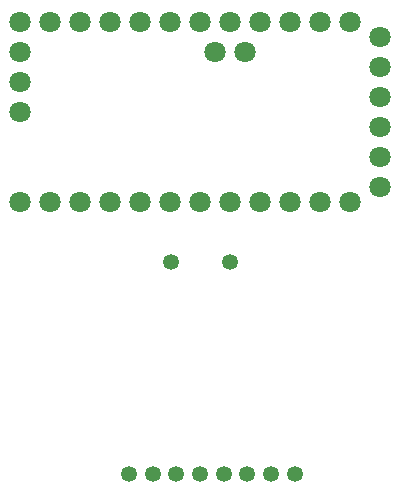
<source format=gbr>
%TF.GenerationSoftware,KiCad,Pcbnew,(6.0.4)*%
%TF.CreationDate,2022-05-02T14:14:32+02:00*%
%TF.ProjectId,HB-SEN-BME280_EXP625,48422d53-454e-42d4-924d-453238305f45,1.0*%
%TF.SameCoordinates,Original*%
%TF.FileFunction,Paste,Bot*%
%TF.FilePolarity,Positive*%
%FSLAX46Y46*%
G04 Gerber Fmt 4.6, Leading zero omitted, Abs format (unit mm)*
G04 Created by KiCad (PCBNEW (6.0.4)) date 2022-05-02 14:14:32*
%MOMM*%
%LPD*%
G01*
G04 APERTURE LIST*
%ADD10C,1.800000*%
%ADD11C,1.350000*%
G04 APERTURE END LIST*
D10*
%TO.C,U1*%
X157810000Y-69860000D03*
X129870000Y-77480000D03*
X157810000Y-85100000D03*
X160350000Y-83830000D03*
X148920000Y-72400000D03*
X155270000Y-69860000D03*
X129870000Y-74940000D03*
X155270000Y-85100000D03*
X160350000Y-81290000D03*
X146380000Y-72400000D03*
X152730000Y-69860000D03*
X129870000Y-72400000D03*
X152730000Y-85100000D03*
X160350000Y-78750000D03*
X150190000Y-69860000D03*
X150190000Y-85100000D03*
X160350000Y-76210000D03*
X147650000Y-69860000D03*
X147650000Y-85100000D03*
X160350000Y-73670000D03*
X145110000Y-69860000D03*
X145110000Y-85100000D03*
X160350000Y-71130000D03*
X142570000Y-69860000D03*
X142570000Y-85100000D03*
X140030000Y-69860000D03*
X140030000Y-85100000D03*
X137490000Y-69860000D03*
X137490000Y-85100000D03*
X134950000Y-69860000D03*
X134950000Y-85100000D03*
X132410000Y-69860000D03*
X132410000Y-85100000D03*
X129870000Y-69860000D03*
X129870000Y-85100000D03*
%TD*%
D11*
%TO.C,U2*%
X147600000Y-90170000D03*
X153100000Y-108170000D03*
X151100000Y-108170000D03*
X142600000Y-90170000D03*
X149100000Y-108170000D03*
X147100000Y-108170000D03*
X145100000Y-108170000D03*
X143100000Y-108170000D03*
X141100000Y-108170000D03*
X139100000Y-108170000D03*
%TD*%
M02*

</source>
